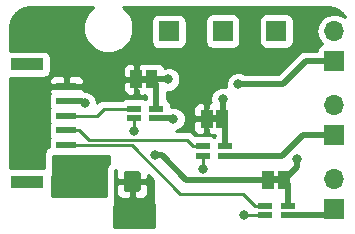
<source format=gbr>
G04 #@! TF.GenerationSoftware,KiCad,Pcbnew,(5.0.0)*
G04 #@! TF.CreationDate,2019-01-08T23:41:56-05:00*
G04 #@! TF.ProjectId,Relay Breakout,52656C617920427265616B6F75742E6B,rev?*
G04 #@! TF.SameCoordinates,Original*
G04 #@! TF.FileFunction,Copper,L1,Top,Signal*
G04 #@! TF.FilePolarity,Positive*
%FSLAX46Y46*%
G04 Gerber Fmt 4.6, Leading zero omitted, Abs format (unit mm)*
G04 Created by KiCad (PCBNEW (5.0.0)) date 01/08/19 23:41:56*
%MOMM*%
%LPD*%
G01*
G04 APERTURE LIST*
G04 #@! TA.AperFunction,SMDPad,CuDef*
%ADD10R,1.700000X0.600000*%
G04 #@! TD*
G04 #@! TA.AperFunction,SMDPad,CuDef*
%ADD11R,2.800000X1.000000*%
G04 #@! TD*
G04 #@! TA.AperFunction,ComponentPad*
%ADD12R,1.700000X1.700000*%
G04 #@! TD*
G04 #@! TA.AperFunction,ComponentPad*
%ADD13O,1.700000X1.700000*%
G04 #@! TD*
G04 #@! TA.AperFunction,SMDPad,CuDef*
%ADD14C,1.000000*%
G04 #@! TD*
G04 #@! TA.AperFunction,Conductor*
%ADD15C,0.100000*%
G04 #@! TD*
G04 #@! TA.AperFunction,SMDPad,CuDef*
%ADD16R,1.000000X1.500000*%
G04 #@! TD*
G04 #@! TA.AperFunction,SMDPad,CuDef*
%ADD17R,1.150000X0.550000*%
G04 #@! TD*
G04 #@! TA.AperFunction,SMDPad,CuDef*
%ADD18C,1.425000*%
G04 #@! TD*
G04 #@! TA.AperFunction,ViaPad*
%ADD19C,0.800000*%
G04 #@! TD*
G04 #@! TA.AperFunction,Conductor*
%ADD20C,0.250000*%
G04 #@! TD*
G04 #@! TA.AperFunction,Conductor*
%ADD21C,0.500000*%
G04 #@! TD*
G04 #@! TA.AperFunction,Conductor*
%ADD22C,0.254000*%
G04 #@! TD*
G04 APERTURE END LIST*
D10*
G04 #@! TO.P,J1,1*
G04 #@! TO.N,Net-(F1-Pad1)*
X106667040Y-92626120D03*
G04 #@! TO.P,J1,2*
G04 #@! TO.N,GPIO3*
X106667040Y-91376120D03*
G04 #@! TO.P,J1,3*
G04 #@! TO.N,GPIO2*
X106667040Y-90126120D03*
G04 #@! TO.P,J1,4*
G04 #@! TO.N,GPIO1*
X106667040Y-88876120D03*
G04 #@! TO.P,J1,5*
G04 #@! TO.N,3V3DC*
X106667040Y-87626120D03*
G04 #@! TO.P,J1,6*
G04 #@! TO.N,5VDC*
X106667040Y-86376120D03*
D11*
G04 #@! TO.P,J1,MP*
G04 #@! TO.N,N/C*
X103317040Y-94476120D03*
X103317040Y-84526120D03*
G04 #@! TD*
D12*
G04 #@! TO.P,J2,1*
G04 #@! TO.N,Net-(J2-Pad1)*
X129352040Y-84251800D03*
D13*
G04 #@! TO.P,J2,2*
G04 #@! TO.N,GND*
X129352040Y-81711800D03*
G04 #@! TD*
G04 #@! TO.P,J3,2*
G04 #@! TO.N,GND*
X129346960Y-87970360D03*
D12*
G04 #@! TO.P,J3,1*
G04 #@! TO.N,Net-(J3-Pad1)*
X129346960Y-90510360D03*
G04 #@! TD*
G04 #@! TO.P,J4,1*
G04 #@! TO.N,Net-(J4-Pad1)*
X129311400Y-96748600D03*
D13*
G04 #@! TO.P,J4,2*
G04 #@! TO.N,GND*
X129311400Y-94208600D03*
G04 #@! TD*
D12*
G04 #@! TO.P,J5,1*
G04 #@! TO.N,Net-(J5-Pad1)*
X124444760Y-81701640D03*
G04 #@! TD*
G04 #@! TO.P,J6,1*
G04 #@! TO.N,Net-(J6-Pad1)*
X119893080Y-81711800D03*
G04 #@! TD*
G04 #@! TO.P,J7,1*
G04 #@! TO.N,Net-(J7-Pad1)*
X115341400Y-81742280D03*
G04 #@! TD*
D14*
G04 #@! TO.P,JP1,1*
G04 #@! TO.N,Net-(J5-Pad1)*
X125054120Y-94300040D03*
D15*
G04 #@! TD*
G04 #@! TO.N,Net-(J5-Pad1)*
G04 #@! TO.C,JP1*
G36*
X124554120Y-94600040D02*
X124154120Y-94600040D01*
X124154120Y-94000040D01*
X124554120Y-94000040D01*
X124554120Y-93550040D01*
X125554120Y-93550040D01*
X125554120Y-95050040D01*
X124554120Y-95050040D01*
X124554120Y-94600040D01*
X124554120Y-94600040D01*
G37*
D16*
G04 #@! TO.P,JP1,2*
G04 #@! TO.N,3V3DC*
X123754120Y-94300040D03*
G04 #@! TD*
G04 #@! TO.P,JP2,2*
G04 #@! TO.N,5VDC*
X118536960Y-89133680D03*
D14*
G04 #@! TO.P,JP2,1*
G04 #@! TO.N,Net-(J6-Pad1)*
X119836960Y-89133680D03*
D15*
G04 #@! TD*
G04 #@! TO.N,Net-(J6-Pad1)*
G04 #@! TO.C,JP2*
G36*
X119336960Y-89433680D02*
X118936960Y-89433680D01*
X118936960Y-88833680D01*
X119336960Y-88833680D01*
X119336960Y-88383680D01*
X120336960Y-88383680D01*
X120336960Y-89883680D01*
X119336960Y-89883680D01*
X119336960Y-89433680D01*
X119336960Y-89433680D01*
G37*
D14*
G04 #@! TO.P,JP3,1*
G04 #@! TO.N,Net-(J7-Pad1)*
X113872800Y-85785960D03*
D15*
G04 #@! TD*
G04 #@! TO.N,Net-(J7-Pad1)*
G04 #@! TO.C,JP3*
G36*
X113372800Y-86085960D02*
X112972800Y-86085960D01*
X112972800Y-85485960D01*
X113372800Y-85485960D01*
X113372800Y-85035960D01*
X114372800Y-85035960D01*
X114372800Y-86535960D01*
X113372800Y-86535960D01*
X113372800Y-86085960D01*
X113372800Y-86085960D01*
G37*
D16*
G04 #@! TO.P,JP3,2*
G04 #@! TO.N,5VDC*
X112572800Y-85785960D03*
G04 #@! TD*
D17*
G04 #@! TO.P,U1,1*
G04 #@! TO.N,GPIO3*
X123494800Y-96504760D03*
G04 #@! TO.P,U1,2*
G04 #@! TO.N,GND*
X123494800Y-97304760D03*
G04 #@! TO.P,U1,4*
G04 #@! TO.N,Net-(J5-Pad1)*
X125394800Y-96504760D03*
G04 #@! TO.P,U1,3*
G04 #@! TO.N,Net-(J4-Pad1)*
X125394800Y-97304760D03*
G04 #@! TD*
G04 #@! TO.P,U2,3*
G04 #@! TO.N,Net-(J3-Pad1)*
X120121760Y-92255240D03*
G04 #@! TO.P,U2,4*
G04 #@! TO.N,Net-(J6-Pad1)*
X120121760Y-91455240D03*
G04 #@! TO.P,U2,2*
G04 #@! TO.N,GND*
X118221760Y-92255240D03*
G04 #@! TO.P,U2,1*
G04 #@! TO.N,GPIO2*
X118221760Y-91455240D03*
G04 #@! TD*
G04 #@! TO.P,U3,1*
G04 #@! TO.N,GPIO1*
X112364520Y-88275160D03*
G04 #@! TO.P,U3,2*
G04 #@! TO.N,GND*
X112364520Y-89075160D03*
G04 #@! TO.P,U3,4*
G04 #@! TO.N,Net-(J7-Pad1)*
X114264520Y-88275160D03*
G04 #@! TO.P,U3,3*
G04 #@! TO.N,Net-(J2-Pad1)*
X114264520Y-89075160D03*
G04 #@! TD*
D15*
G04 #@! TO.N,Net-(F1-Pad1)*
G04 #@! TO.C,F1*
G36*
X109747644Y-93568484D02*
X109771913Y-93572084D01*
X109795711Y-93578045D01*
X109818811Y-93586310D01*
X109840989Y-93596800D01*
X109862033Y-93609413D01*
X109881738Y-93624027D01*
X109899917Y-93640503D01*
X109916393Y-93658682D01*
X109931007Y-93678387D01*
X109943620Y-93699431D01*
X109954110Y-93721609D01*
X109962375Y-93744709D01*
X109968336Y-93768507D01*
X109971936Y-93792776D01*
X109973140Y-93817280D01*
X109973140Y-95067280D01*
X109971936Y-95091784D01*
X109968336Y-95116053D01*
X109962375Y-95139851D01*
X109954110Y-95162951D01*
X109943620Y-95185129D01*
X109931007Y-95206173D01*
X109916393Y-95225878D01*
X109899917Y-95244057D01*
X109881738Y-95260533D01*
X109862033Y-95275147D01*
X109840989Y-95287760D01*
X109818811Y-95298250D01*
X109795711Y-95306515D01*
X109771913Y-95312476D01*
X109747644Y-95316076D01*
X109723140Y-95317280D01*
X108798140Y-95317280D01*
X108773636Y-95316076D01*
X108749367Y-95312476D01*
X108725569Y-95306515D01*
X108702469Y-95298250D01*
X108680291Y-95287760D01*
X108659247Y-95275147D01*
X108639542Y-95260533D01*
X108621363Y-95244057D01*
X108604887Y-95225878D01*
X108590273Y-95206173D01*
X108577660Y-95185129D01*
X108567170Y-95162951D01*
X108558905Y-95139851D01*
X108552944Y-95116053D01*
X108549344Y-95091784D01*
X108548140Y-95067280D01*
X108548140Y-93817280D01*
X108549344Y-93792776D01*
X108552944Y-93768507D01*
X108558905Y-93744709D01*
X108567170Y-93721609D01*
X108577660Y-93699431D01*
X108590273Y-93678387D01*
X108604887Y-93658682D01*
X108621363Y-93640503D01*
X108639542Y-93624027D01*
X108659247Y-93609413D01*
X108680291Y-93596800D01*
X108702469Y-93586310D01*
X108725569Y-93578045D01*
X108749367Y-93572084D01*
X108773636Y-93568484D01*
X108798140Y-93567280D01*
X109723140Y-93567280D01*
X109747644Y-93568484D01*
X109747644Y-93568484D01*
G37*
D18*
G04 #@! TD*
G04 #@! TO.P,F1,1*
G04 #@! TO.N,Net-(F1-Pad1)*
X109260640Y-94442280D03*
D15*
G04 #@! TO.N,GND*
G04 #@! TO.C,F1*
G36*
X112722644Y-93568484D02*
X112746913Y-93572084D01*
X112770711Y-93578045D01*
X112793811Y-93586310D01*
X112815989Y-93596800D01*
X112837033Y-93609413D01*
X112856738Y-93624027D01*
X112874917Y-93640503D01*
X112891393Y-93658682D01*
X112906007Y-93678387D01*
X112918620Y-93699431D01*
X112929110Y-93721609D01*
X112937375Y-93744709D01*
X112943336Y-93768507D01*
X112946936Y-93792776D01*
X112948140Y-93817280D01*
X112948140Y-95067280D01*
X112946936Y-95091784D01*
X112943336Y-95116053D01*
X112937375Y-95139851D01*
X112929110Y-95162951D01*
X112918620Y-95185129D01*
X112906007Y-95206173D01*
X112891393Y-95225878D01*
X112874917Y-95244057D01*
X112856738Y-95260533D01*
X112837033Y-95275147D01*
X112815989Y-95287760D01*
X112793811Y-95298250D01*
X112770711Y-95306515D01*
X112746913Y-95312476D01*
X112722644Y-95316076D01*
X112698140Y-95317280D01*
X111773140Y-95317280D01*
X111748636Y-95316076D01*
X111724367Y-95312476D01*
X111700569Y-95306515D01*
X111677469Y-95298250D01*
X111655291Y-95287760D01*
X111634247Y-95275147D01*
X111614542Y-95260533D01*
X111596363Y-95244057D01*
X111579887Y-95225878D01*
X111565273Y-95206173D01*
X111552660Y-95185129D01*
X111542170Y-95162951D01*
X111533905Y-95139851D01*
X111527944Y-95116053D01*
X111524344Y-95091784D01*
X111523140Y-95067280D01*
X111523140Y-93817280D01*
X111524344Y-93792776D01*
X111527944Y-93768507D01*
X111533905Y-93744709D01*
X111542170Y-93721609D01*
X111552660Y-93699431D01*
X111565273Y-93678387D01*
X111579887Y-93658682D01*
X111596363Y-93640503D01*
X111614542Y-93624027D01*
X111634247Y-93609413D01*
X111655291Y-93596800D01*
X111677469Y-93586310D01*
X111700569Y-93578045D01*
X111724367Y-93572084D01*
X111748636Y-93568484D01*
X111773140Y-93567280D01*
X112698140Y-93567280D01*
X112722644Y-93568484D01*
X112722644Y-93568484D01*
G37*
D18*
G04 #@! TD*
G04 #@! TO.P,F1,2*
G04 #@! TO.N,GND*
X112235640Y-94442280D03*
D19*
G04 #@! TO.N,GND*
X111500920Y-96433640D03*
X113314480Y-96377760D03*
X111526320Y-97962720D03*
X113299240Y-98003360D03*
X112369600Y-90200480D03*
X118221760Y-93426280D03*
X121711720Y-97312480D03*
G04 #@! TO.N,3V3DC*
X108198920Y-87833200D03*
X114208560Y-92242640D03*
G04 #@! TO.N,Net-(J2-Pad1)*
X115727480Y-89143840D03*
X121218960Y-86212680D03*
G04 #@! TO.N,Net-(J5-Pad1)*
X126166880Y-92511880D03*
G04 #@! TO.N,Net-(J6-Pad1)*
X119898160Y-87457280D03*
G04 #@! TO.N,Net-(J7-Pad1)*
X115290600Y-85796120D03*
G04 #@! TD*
D20*
G04 #@! TO.N,GND*
X112364520Y-89075160D02*
X112364520Y-90195400D01*
X112364520Y-90195400D02*
X112369600Y-90200480D01*
X118221760Y-92255240D02*
X118221760Y-93426280D01*
X123494800Y-97304760D02*
X121719440Y-97304760D01*
X121719440Y-97304760D02*
X121711720Y-97312480D01*
G04 #@! TO.N,GPIO3*
X122669800Y-96504760D02*
X121653800Y-95488760D01*
X123494800Y-96504760D02*
X122669800Y-96504760D01*
X121653800Y-95488760D02*
X116291360Y-95488760D01*
X112178720Y-91376120D02*
X106667040Y-91376120D01*
X116291360Y-95488760D02*
X112178720Y-91376120D01*
G04 #@! TO.N,GPIO2*
X117396760Y-91455240D02*
X118221760Y-91455240D01*
X116867630Y-90926110D02*
X117396760Y-91455240D01*
X108567030Y-90926110D02*
X116867630Y-90926110D01*
X107767040Y-90126120D02*
X108567030Y-90926110D01*
X106667040Y-90126120D02*
X107767040Y-90126120D01*
G04 #@! TO.N,GPIO1*
X112364520Y-88275160D02*
X109844840Y-88275160D01*
X109243880Y-88876120D02*
X106667040Y-88876120D01*
X109844840Y-88275160D02*
X109243880Y-88876120D01*
D21*
G04 #@! TO.N,3V3DC*
X106667040Y-87626120D02*
X107991840Y-87626120D01*
X107991840Y-87626120D02*
X108198920Y-87833200D01*
X116831645Y-94300040D02*
X123704110Y-94300040D01*
X114774245Y-92242640D02*
X116831645Y-94300040D01*
X114208560Y-92242640D02*
X114774245Y-92242640D01*
G04 #@! TO.N,Net-(J2-Pad1)*
X114264520Y-89075160D02*
X115658800Y-89075160D01*
X115658800Y-89075160D02*
X115727480Y-89143840D01*
X121218960Y-86212680D02*
X124962920Y-86212680D01*
X126923800Y-84251800D02*
X129352040Y-84251800D01*
X124962920Y-86212680D02*
X126923800Y-84251800D01*
G04 #@! TO.N,Net-(J3-Pad1)*
X120121760Y-92255240D02*
X124960480Y-92255240D01*
X126705360Y-90510360D02*
X129346960Y-90510360D01*
X124960480Y-92255240D02*
X126705360Y-90510360D01*
G04 #@! TO.N,Net-(J4-Pad1)*
X128755240Y-97304760D02*
X129311400Y-96748600D01*
X125394800Y-97304760D02*
X128755240Y-97304760D01*
G04 #@! TO.N,Net-(J5-Pad1)*
X125394800Y-94640720D02*
X125054120Y-94300040D01*
X125394800Y-96504760D02*
X125394800Y-94640720D01*
X126166880Y-93187280D02*
X125054120Y-94300040D01*
X126166880Y-92511880D02*
X126166880Y-93187280D01*
G04 #@! TO.N,Net-(J6-Pad1)*
X120121760Y-89418480D02*
X119836960Y-89133680D01*
X120121760Y-91455240D02*
X120121760Y-89418480D01*
X119898160Y-89072480D02*
X119836960Y-89133680D01*
X119898160Y-87457280D02*
X119898160Y-89072480D01*
G04 #@! TO.N,Net-(J7-Pad1)*
X114264520Y-86177680D02*
X113872800Y-85785960D01*
X114264520Y-88275160D02*
X114264520Y-86177680D01*
X113882960Y-85796120D02*
X113872800Y-85785960D01*
X115290600Y-85796120D02*
X113882960Y-85796120D01*
G04 #@! TD*
D22*
G04 #@! TO.N,5VDC*
G36*
X108941810Y-79697084D02*
X108400634Y-80238260D01*
X108075600Y-81022962D01*
X108075600Y-81872318D01*
X108400634Y-82657020D01*
X109001220Y-83257606D01*
X109785922Y-83582640D01*
X110635278Y-83582640D01*
X111419980Y-83257606D01*
X112020566Y-82657020D01*
X112345600Y-81872318D01*
X112345600Y-81022962D01*
X112291470Y-80892280D01*
X113843960Y-80892280D01*
X113843960Y-82592280D01*
X113893243Y-82840045D01*
X114033591Y-83050089D01*
X114243635Y-83190437D01*
X114491400Y-83239720D01*
X116191400Y-83239720D01*
X116439165Y-83190437D01*
X116649209Y-83050089D01*
X116789557Y-82840045D01*
X116838840Y-82592280D01*
X116838840Y-80892280D01*
X116832778Y-80861800D01*
X118395640Y-80861800D01*
X118395640Y-82561800D01*
X118444923Y-82809565D01*
X118585271Y-83019609D01*
X118795315Y-83159957D01*
X119043080Y-83209240D01*
X120743080Y-83209240D01*
X120990845Y-83159957D01*
X121200889Y-83019609D01*
X121341237Y-82809565D01*
X121390520Y-82561800D01*
X121390520Y-80861800D01*
X121388500Y-80851640D01*
X122947320Y-80851640D01*
X122947320Y-82551640D01*
X122996603Y-82799405D01*
X123136951Y-83009449D01*
X123346995Y-83149797D01*
X123594760Y-83199080D01*
X125294760Y-83199080D01*
X125542525Y-83149797D01*
X125752569Y-83009449D01*
X125892917Y-82799405D01*
X125942200Y-82551640D01*
X125942200Y-80851640D01*
X125892917Y-80603875D01*
X125752569Y-80393831D01*
X125542525Y-80253483D01*
X125294760Y-80204200D01*
X123594760Y-80204200D01*
X123346995Y-80253483D01*
X123136951Y-80393831D01*
X122996603Y-80603875D01*
X122947320Y-80851640D01*
X121388500Y-80851640D01*
X121341237Y-80614035D01*
X121200889Y-80403991D01*
X120990845Y-80263643D01*
X120743080Y-80214360D01*
X119043080Y-80214360D01*
X118795315Y-80263643D01*
X118585271Y-80403991D01*
X118444923Y-80614035D01*
X118395640Y-80861800D01*
X116832778Y-80861800D01*
X116789557Y-80644515D01*
X116649209Y-80434471D01*
X116439165Y-80294123D01*
X116191400Y-80244840D01*
X114491400Y-80244840D01*
X114243635Y-80294123D01*
X114033591Y-80434471D01*
X113893243Y-80644515D01*
X113843960Y-80892280D01*
X112291470Y-80892280D01*
X112020566Y-80238260D01*
X111480915Y-79698609D01*
X128831780Y-79709032D01*
X129295980Y-79771148D01*
X129685286Y-79933374D01*
X130019341Y-80190832D01*
X130275376Y-80525974D01*
X130284910Y-80549130D01*
X129931458Y-80312961D01*
X129498296Y-80226800D01*
X129205784Y-80226800D01*
X128772622Y-80312961D01*
X128281415Y-80641175D01*
X127953201Y-81132382D01*
X127837948Y-81711800D01*
X127953201Y-82291218D01*
X128281415Y-82782425D01*
X128299659Y-82794616D01*
X128254275Y-82803643D01*
X128044231Y-82943991D01*
X127903883Y-83154035D01*
X127861562Y-83366800D01*
X127010959Y-83366800D01*
X126923799Y-83349463D01*
X126836639Y-83366800D01*
X126836635Y-83366800D01*
X126578490Y-83418148D01*
X126578488Y-83418149D01*
X126578489Y-83418149D01*
X126359645Y-83564376D01*
X126359644Y-83564377D01*
X126285751Y-83613751D01*
X126236377Y-83687644D01*
X124596342Y-85327680D01*
X121786967Y-85327680D01*
X121424834Y-85177680D01*
X121013086Y-85177680D01*
X120632680Y-85335249D01*
X120341529Y-85626400D01*
X120183960Y-86006806D01*
X120183960Y-86418554D01*
X120202376Y-86463015D01*
X120104034Y-86422280D01*
X119692286Y-86422280D01*
X119311880Y-86579849D01*
X119020729Y-86871000D01*
X118863160Y-87251406D01*
X118863160Y-87663154D01*
X118898586Y-87748680D01*
X118822710Y-87748680D01*
X118663960Y-87907430D01*
X118663960Y-88252385D01*
X118479151Y-88375871D01*
X118409960Y-88479422D01*
X118409960Y-87907430D01*
X118251210Y-87748680D01*
X117910651Y-87748680D01*
X117677262Y-87845353D01*
X117498633Y-88023981D01*
X117401960Y-88257370D01*
X117401960Y-88847930D01*
X117560710Y-89006680D01*
X118289520Y-89006680D01*
X118289520Y-89260680D01*
X117560710Y-89260680D01*
X117401960Y-89419430D01*
X117401960Y-90009990D01*
X117498633Y-90243379D01*
X117677262Y-90422007D01*
X117910651Y-90518680D01*
X118251210Y-90518680D01*
X118409960Y-90359930D01*
X118409960Y-89787938D01*
X118479151Y-89891489D01*
X118663960Y-90014975D01*
X118663960Y-90359930D01*
X118822710Y-90518680D01*
X119163269Y-90518680D01*
X119199328Y-90503744D01*
X119236760Y-90511189D01*
X119236760Y-90623667D01*
X119171760Y-90667099D01*
X119044525Y-90582083D01*
X118796760Y-90532800D01*
X117646760Y-90532800D01*
X117565320Y-90548999D01*
X117457961Y-90441640D01*
X117415559Y-90378181D01*
X117164167Y-90210206D01*
X116942482Y-90166110D01*
X116942477Y-90166110D01*
X116867630Y-90151222D01*
X116792783Y-90166110D01*
X115964087Y-90166110D01*
X116313760Y-90021271D01*
X116604911Y-89730120D01*
X116762480Y-89349714D01*
X116762480Y-88937966D01*
X116604911Y-88557560D01*
X116313760Y-88266409D01*
X115933354Y-88108840D01*
X115521606Y-88108840D01*
X115486960Y-88123191D01*
X115486960Y-88000160D01*
X115437677Y-87752395D01*
X115297329Y-87542351D01*
X115149520Y-87443587D01*
X115149520Y-86831120D01*
X115496474Y-86831120D01*
X115876880Y-86673551D01*
X116168031Y-86382400D01*
X116325600Y-86001994D01*
X116325600Y-85590246D01*
X116168031Y-85209840D01*
X115876880Y-84918689D01*
X115496474Y-84761120D01*
X115084726Y-84761120D01*
X114974641Y-84806718D01*
X114970957Y-84788195D01*
X114830609Y-84578151D01*
X114620565Y-84437803D01*
X114372800Y-84388520D01*
X113372800Y-84388520D01*
X113235168Y-84415896D01*
X113199109Y-84400960D01*
X112858550Y-84400960D01*
X112699800Y-84559710D01*
X112699800Y-84904665D01*
X112514991Y-85028151D01*
X112445800Y-85131702D01*
X112445800Y-84559710D01*
X112287050Y-84400960D01*
X111946491Y-84400960D01*
X111713102Y-84497633D01*
X111534473Y-84676261D01*
X111437800Y-84909650D01*
X111437800Y-85500210D01*
X111596550Y-85658960D01*
X112325360Y-85658960D01*
X112325360Y-85912960D01*
X111596550Y-85912960D01*
X111437800Y-86071710D01*
X111437800Y-86662270D01*
X111534473Y-86895659D01*
X111713102Y-87074287D01*
X111946491Y-87170960D01*
X112287050Y-87170960D01*
X112445800Y-87012210D01*
X112445800Y-86440218D01*
X112514991Y-86543769D01*
X112699800Y-86667255D01*
X112699800Y-87012210D01*
X112858550Y-87170960D01*
X113199109Y-87170960D01*
X113235168Y-87156024D01*
X113372800Y-87183400D01*
X113379521Y-87183400D01*
X113379520Y-87443587D01*
X113314520Y-87487019D01*
X113187285Y-87402003D01*
X112939520Y-87352720D01*
X111789520Y-87352720D01*
X111541755Y-87402003D01*
X111372405Y-87515160D01*
X109919688Y-87515160D01*
X109844840Y-87500272D01*
X109769992Y-87515160D01*
X109769988Y-87515160D01*
X109596445Y-87549680D01*
X109548302Y-87559256D01*
X109448234Y-87626120D01*
X109296911Y-87727231D01*
X109254511Y-87790687D01*
X109233920Y-87811278D01*
X109233920Y-87627326D01*
X109076351Y-87246920D01*
X108785200Y-86955769D01*
X108404794Y-86798200D01*
X108345728Y-86798200D01*
X108337150Y-86792468D01*
X108152040Y-86755647D01*
X108152040Y-86661870D01*
X107993290Y-86503120D01*
X106794040Y-86503120D01*
X106794040Y-86523120D01*
X106540040Y-86523120D01*
X106540040Y-86503120D01*
X105340790Y-86503120D01*
X105182040Y-86661870D01*
X105182040Y-86802429D01*
X105266694Y-87006801D01*
X105218883Y-87078355D01*
X105169600Y-87326120D01*
X105169600Y-87926120D01*
X105218883Y-88173885D01*
X105270490Y-88251120D01*
X105218883Y-88328355D01*
X105169600Y-88576120D01*
X105169600Y-89176120D01*
X105218883Y-89423885D01*
X105270490Y-89501120D01*
X105218883Y-89578355D01*
X105169600Y-89826120D01*
X105169600Y-90426120D01*
X105218883Y-90673885D01*
X105270490Y-90751120D01*
X105218883Y-90828355D01*
X105169600Y-91076120D01*
X105169600Y-91500591D01*
X104978517Y-91623817D01*
X104837530Y-91827557D01*
X104785244Y-92069742D01*
X104764592Y-93338139D01*
X104717040Y-93328680D01*
X101917040Y-93328680D01*
X101900291Y-93332012D01*
X101892980Y-85949811D01*
X105182040Y-85949811D01*
X105182040Y-86090370D01*
X105340790Y-86249120D01*
X106540040Y-86249120D01*
X106540040Y-85599870D01*
X106794040Y-85599870D01*
X106794040Y-86249120D01*
X107993290Y-86249120D01*
X108152040Y-86090370D01*
X108152040Y-85949811D01*
X108055367Y-85716422D01*
X107876739Y-85537793D01*
X107643350Y-85441120D01*
X106952790Y-85441120D01*
X106794040Y-85599870D01*
X106540040Y-85599870D01*
X106381290Y-85441120D01*
X105690730Y-85441120D01*
X105457341Y-85537793D01*
X105278713Y-85716422D01*
X105182040Y-85949811D01*
X101892980Y-85949811D01*
X101892701Y-85668719D01*
X101917040Y-85673560D01*
X104717040Y-85673560D01*
X104964805Y-85624277D01*
X105174849Y-85483929D01*
X105315197Y-85273885D01*
X105364480Y-85026120D01*
X105364480Y-84026120D01*
X105315197Y-83778355D01*
X105174849Y-83568311D01*
X104964805Y-83427963D01*
X104717040Y-83378680D01*
X101917040Y-83378680D01*
X101890439Y-83383971D01*
X101888426Y-81352199D01*
X101950423Y-80888890D01*
X102112649Y-80499584D01*
X102370107Y-80165529D01*
X102705249Y-79909494D01*
X103095595Y-79748776D01*
X103516448Y-79693825D01*
X108941810Y-79697084D01*
X108941810Y-79697084D01*
G37*
X108941810Y-79697084D02*
X108400634Y-80238260D01*
X108075600Y-81022962D01*
X108075600Y-81872318D01*
X108400634Y-82657020D01*
X109001220Y-83257606D01*
X109785922Y-83582640D01*
X110635278Y-83582640D01*
X111419980Y-83257606D01*
X112020566Y-82657020D01*
X112345600Y-81872318D01*
X112345600Y-81022962D01*
X112291470Y-80892280D01*
X113843960Y-80892280D01*
X113843960Y-82592280D01*
X113893243Y-82840045D01*
X114033591Y-83050089D01*
X114243635Y-83190437D01*
X114491400Y-83239720D01*
X116191400Y-83239720D01*
X116439165Y-83190437D01*
X116649209Y-83050089D01*
X116789557Y-82840045D01*
X116838840Y-82592280D01*
X116838840Y-80892280D01*
X116832778Y-80861800D01*
X118395640Y-80861800D01*
X118395640Y-82561800D01*
X118444923Y-82809565D01*
X118585271Y-83019609D01*
X118795315Y-83159957D01*
X119043080Y-83209240D01*
X120743080Y-83209240D01*
X120990845Y-83159957D01*
X121200889Y-83019609D01*
X121341237Y-82809565D01*
X121390520Y-82561800D01*
X121390520Y-80861800D01*
X121388500Y-80851640D01*
X122947320Y-80851640D01*
X122947320Y-82551640D01*
X122996603Y-82799405D01*
X123136951Y-83009449D01*
X123346995Y-83149797D01*
X123594760Y-83199080D01*
X125294760Y-83199080D01*
X125542525Y-83149797D01*
X125752569Y-83009449D01*
X125892917Y-82799405D01*
X125942200Y-82551640D01*
X125942200Y-80851640D01*
X125892917Y-80603875D01*
X125752569Y-80393831D01*
X125542525Y-80253483D01*
X125294760Y-80204200D01*
X123594760Y-80204200D01*
X123346995Y-80253483D01*
X123136951Y-80393831D01*
X122996603Y-80603875D01*
X122947320Y-80851640D01*
X121388500Y-80851640D01*
X121341237Y-80614035D01*
X121200889Y-80403991D01*
X120990845Y-80263643D01*
X120743080Y-80214360D01*
X119043080Y-80214360D01*
X118795315Y-80263643D01*
X118585271Y-80403991D01*
X118444923Y-80614035D01*
X118395640Y-80861800D01*
X116832778Y-80861800D01*
X116789557Y-80644515D01*
X116649209Y-80434471D01*
X116439165Y-80294123D01*
X116191400Y-80244840D01*
X114491400Y-80244840D01*
X114243635Y-80294123D01*
X114033591Y-80434471D01*
X113893243Y-80644515D01*
X113843960Y-80892280D01*
X112291470Y-80892280D01*
X112020566Y-80238260D01*
X111480915Y-79698609D01*
X128831780Y-79709032D01*
X129295980Y-79771148D01*
X129685286Y-79933374D01*
X130019341Y-80190832D01*
X130275376Y-80525974D01*
X130284910Y-80549130D01*
X129931458Y-80312961D01*
X129498296Y-80226800D01*
X129205784Y-80226800D01*
X128772622Y-80312961D01*
X128281415Y-80641175D01*
X127953201Y-81132382D01*
X127837948Y-81711800D01*
X127953201Y-82291218D01*
X128281415Y-82782425D01*
X128299659Y-82794616D01*
X128254275Y-82803643D01*
X128044231Y-82943991D01*
X127903883Y-83154035D01*
X127861562Y-83366800D01*
X127010959Y-83366800D01*
X126923799Y-83349463D01*
X126836639Y-83366800D01*
X126836635Y-83366800D01*
X126578490Y-83418148D01*
X126578488Y-83418149D01*
X126578489Y-83418149D01*
X126359645Y-83564376D01*
X126359644Y-83564377D01*
X126285751Y-83613751D01*
X126236377Y-83687644D01*
X124596342Y-85327680D01*
X121786967Y-85327680D01*
X121424834Y-85177680D01*
X121013086Y-85177680D01*
X120632680Y-85335249D01*
X120341529Y-85626400D01*
X120183960Y-86006806D01*
X120183960Y-86418554D01*
X120202376Y-86463015D01*
X120104034Y-86422280D01*
X119692286Y-86422280D01*
X119311880Y-86579849D01*
X119020729Y-86871000D01*
X118863160Y-87251406D01*
X118863160Y-87663154D01*
X118898586Y-87748680D01*
X118822710Y-87748680D01*
X118663960Y-87907430D01*
X118663960Y-88252385D01*
X118479151Y-88375871D01*
X118409960Y-88479422D01*
X118409960Y-87907430D01*
X118251210Y-87748680D01*
X117910651Y-87748680D01*
X117677262Y-87845353D01*
X117498633Y-88023981D01*
X117401960Y-88257370D01*
X117401960Y-88847930D01*
X117560710Y-89006680D01*
X118289520Y-89006680D01*
X118289520Y-89260680D01*
X117560710Y-89260680D01*
X117401960Y-89419430D01*
X117401960Y-90009990D01*
X117498633Y-90243379D01*
X117677262Y-90422007D01*
X117910651Y-90518680D01*
X118251210Y-90518680D01*
X118409960Y-90359930D01*
X118409960Y-89787938D01*
X118479151Y-89891489D01*
X118663960Y-90014975D01*
X118663960Y-90359930D01*
X118822710Y-90518680D01*
X119163269Y-90518680D01*
X119199328Y-90503744D01*
X119236760Y-90511189D01*
X119236760Y-90623667D01*
X119171760Y-90667099D01*
X119044525Y-90582083D01*
X118796760Y-90532800D01*
X117646760Y-90532800D01*
X117565320Y-90548999D01*
X117457961Y-90441640D01*
X117415559Y-90378181D01*
X117164167Y-90210206D01*
X116942482Y-90166110D01*
X116942477Y-90166110D01*
X116867630Y-90151222D01*
X116792783Y-90166110D01*
X115964087Y-90166110D01*
X116313760Y-90021271D01*
X116604911Y-89730120D01*
X116762480Y-89349714D01*
X116762480Y-88937966D01*
X116604911Y-88557560D01*
X116313760Y-88266409D01*
X115933354Y-88108840D01*
X115521606Y-88108840D01*
X115486960Y-88123191D01*
X115486960Y-88000160D01*
X115437677Y-87752395D01*
X115297329Y-87542351D01*
X115149520Y-87443587D01*
X115149520Y-86831120D01*
X115496474Y-86831120D01*
X115876880Y-86673551D01*
X116168031Y-86382400D01*
X116325600Y-86001994D01*
X116325600Y-85590246D01*
X116168031Y-85209840D01*
X115876880Y-84918689D01*
X115496474Y-84761120D01*
X115084726Y-84761120D01*
X114974641Y-84806718D01*
X114970957Y-84788195D01*
X114830609Y-84578151D01*
X114620565Y-84437803D01*
X114372800Y-84388520D01*
X113372800Y-84388520D01*
X113235168Y-84415896D01*
X113199109Y-84400960D01*
X112858550Y-84400960D01*
X112699800Y-84559710D01*
X112699800Y-84904665D01*
X112514991Y-85028151D01*
X112445800Y-85131702D01*
X112445800Y-84559710D01*
X112287050Y-84400960D01*
X111946491Y-84400960D01*
X111713102Y-84497633D01*
X111534473Y-84676261D01*
X111437800Y-84909650D01*
X111437800Y-85500210D01*
X111596550Y-85658960D01*
X112325360Y-85658960D01*
X112325360Y-85912960D01*
X111596550Y-85912960D01*
X111437800Y-86071710D01*
X111437800Y-86662270D01*
X111534473Y-86895659D01*
X111713102Y-87074287D01*
X111946491Y-87170960D01*
X112287050Y-87170960D01*
X112445800Y-87012210D01*
X112445800Y-86440218D01*
X112514991Y-86543769D01*
X112699800Y-86667255D01*
X112699800Y-87012210D01*
X112858550Y-87170960D01*
X113199109Y-87170960D01*
X113235168Y-87156024D01*
X113372800Y-87183400D01*
X113379521Y-87183400D01*
X113379520Y-87443587D01*
X113314520Y-87487019D01*
X113187285Y-87402003D01*
X112939520Y-87352720D01*
X111789520Y-87352720D01*
X111541755Y-87402003D01*
X111372405Y-87515160D01*
X109919688Y-87515160D01*
X109844840Y-87500272D01*
X109769992Y-87515160D01*
X109769988Y-87515160D01*
X109596445Y-87549680D01*
X109548302Y-87559256D01*
X109448234Y-87626120D01*
X109296911Y-87727231D01*
X109254511Y-87790687D01*
X109233920Y-87811278D01*
X109233920Y-87627326D01*
X109076351Y-87246920D01*
X108785200Y-86955769D01*
X108404794Y-86798200D01*
X108345728Y-86798200D01*
X108337150Y-86792468D01*
X108152040Y-86755647D01*
X108152040Y-86661870D01*
X107993290Y-86503120D01*
X106794040Y-86503120D01*
X106794040Y-86523120D01*
X106540040Y-86523120D01*
X106540040Y-86503120D01*
X105340790Y-86503120D01*
X105182040Y-86661870D01*
X105182040Y-86802429D01*
X105266694Y-87006801D01*
X105218883Y-87078355D01*
X105169600Y-87326120D01*
X105169600Y-87926120D01*
X105218883Y-88173885D01*
X105270490Y-88251120D01*
X105218883Y-88328355D01*
X105169600Y-88576120D01*
X105169600Y-89176120D01*
X105218883Y-89423885D01*
X105270490Y-89501120D01*
X105218883Y-89578355D01*
X105169600Y-89826120D01*
X105169600Y-90426120D01*
X105218883Y-90673885D01*
X105270490Y-90751120D01*
X105218883Y-90828355D01*
X105169600Y-91076120D01*
X105169600Y-91500591D01*
X104978517Y-91623817D01*
X104837530Y-91827557D01*
X104785244Y-92069742D01*
X104764592Y-93338139D01*
X104717040Y-93328680D01*
X101917040Y-93328680D01*
X101900291Y-93332012D01*
X101892980Y-85949811D01*
X105182040Y-85949811D01*
X105182040Y-86090370D01*
X105340790Y-86249120D01*
X106540040Y-86249120D01*
X106540040Y-85599870D01*
X106794040Y-85599870D01*
X106794040Y-86249120D01*
X107993290Y-86249120D01*
X108152040Y-86090370D01*
X108152040Y-85949811D01*
X108055367Y-85716422D01*
X107876739Y-85537793D01*
X107643350Y-85441120D01*
X106952790Y-85441120D01*
X106794040Y-85599870D01*
X106540040Y-85599870D01*
X106381290Y-85441120D01*
X105690730Y-85441120D01*
X105457341Y-85537793D01*
X105278713Y-85716422D01*
X105182040Y-85949811D01*
X101892980Y-85949811D01*
X101892701Y-85668719D01*
X101917040Y-85673560D01*
X104717040Y-85673560D01*
X104964805Y-85624277D01*
X105174849Y-85483929D01*
X105315197Y-85273885D01*
X105364480Y-85026120D01*
X105364480Y-84026120D01*
X105315197Y-83778355D01*
X105174849Y-83568311D01*
X104964805Y-83427963D01*
X104717040Y-83378680D01*
X101917040Y-83378680D01*
X101890439Y-83383971D01*
X101888426Y-81352199D01*
X101950423Y-80888890D01*
X102112649Y-80499584D01*
X102370107Y-80165529D01*
X102705249Y-79909494D01*
X103095595Y-79748776D01*
X103516448Y-79693825D01*
X108941810Y-79697084D01*
G04 #@! TO.N,Net-(F1-Pad1)*
G36*
X110296786Y-92291264D02*
X110295975Y-92875291D01*
X110251782Y-92903759D01*
X110110695Y-93107430D01*
X110058289Y-93349589D01*
X110018909Y-95697040D01*
X105488285Y-95697040D01*
X105544286Y-92257580D01*
X105569275Y-92274277D01*
X105817040Y-92323560D01*
X107517040Y-92323560D01*
X107764805Y-92274277D01*
X107803775Y-92248238D01*
X110296786Y-92291264D01*
X110296786Y-92291264D01*
G37*
X110296786Y-92291264D02*
X110295975Y-92875291D01*
X110251782Y-92903759D01*
X110110695Y-93107430D01*
X110058289Y-93349589D01*
X110018909Y-95697040D01*
X105488285Y-95697040D01*
X105544286Y-92257580D01*
X105569275Y-92274277D01*
X105817040Y-92323560D01*
X107517040Y-92323560D01*
X107764805Y-92274277D01*
X107803775Y-92248238D01*
X110296786Y-92291264D01*
G04 #@! TO.N,GND*
G36*
X110888140Y-94156530D02*
X111046890Y-94315280D01*
X112108640Y-94315280D01*
X112108640Y-94295280D01*
X112362640Y-94295280D01*
X112362640Y-94315280D01*
X113424390Y-94315280D01*
X113583140Y-94156530D01*
X113583140Y-93855341D01*
X114021370Y-94293571D01*
X114043341Y-98292012D01*
X110737474Y-98292674D01*
X110797272Y-94728030D01*
X110888140Y-94728030D01*
X110888140Y-95443590D01*
X110984813Y-95676979D01*
X111163442Y-95855607D01*
X111396831Y-95952280D01*
X111949890Y-95952280D01*
X112108640Y-95793530D01*
X112108640Y-94569280D01*
X112362640Y-94569280D01*
X112362640Y-95793530D01*
X112521390Y-95952280D01*
X113074449Y-95952280D01*
X113307838Y-95855607D01*
X113486467Y-95676979D01*
X113583140Y-95443590D01*
X113583140Y-94728030D01*
X113424390Y-94569280D01*
X112362640Y-94569280D01*
X112108640Y-94569280D01*
X111046890Y-94569280D01*
X110888140Y-94728030D01*
X110797272Y-94728030D01*
X110818150Y-93483521D01*
X110888140Y-93481405D01*
X110888140Y-94156530D01*
X110888140Y-94156530D01*
G37*
X110888140Y-94156530D02*
X111046890Y-94315280D01*
X112108640Y-94315280D01*
X112108640Y-94295280D01*
X112362640Y-94295280D01*
X112362640Y-94315280D01*
X113424390Y-94315280D01*
X113583140Y-94156530D01*
X113583140Y-93855341D01*
X114021370Y-94293571D01*
X114043341Y-98292012D01*
X110737474Y-98292674D01*
X110797272Y-94728030D01*
X110888140Y-94728030D01*
X110888140Y-95443590D01*
X110984813Y-95676979D01*
X111163442Y-95855607D01*
X111396831Y-95952280D01*
X111949890Y-95952280D01*
X112108640Y-95793530D01*
X112108640Y-94569280D01*
X112362640Y-94569280D01*
X112362640Y-95793530D01*
X112521390Y-95952280D01*
X113074449Y-95952280D01*
X113307838Y-95855607D01*
X113486467Y-95676979D01*
X113583140Y-95443590D01*
X113583140Y-94728030D01*
X113424390Y-94569280D01*
X112362640Y-94569280D01*
X112108640Y-94569280D01*
X111046890Y-94569280D01*
X110888140Y-94728030D01*
X110797272Y-94728030D01*
X110818150Y-93483521D01*
X110888140Y-93481405D01*
X110888140Y-94156530D01*
G04 #@! TD*
M02*

</source>
